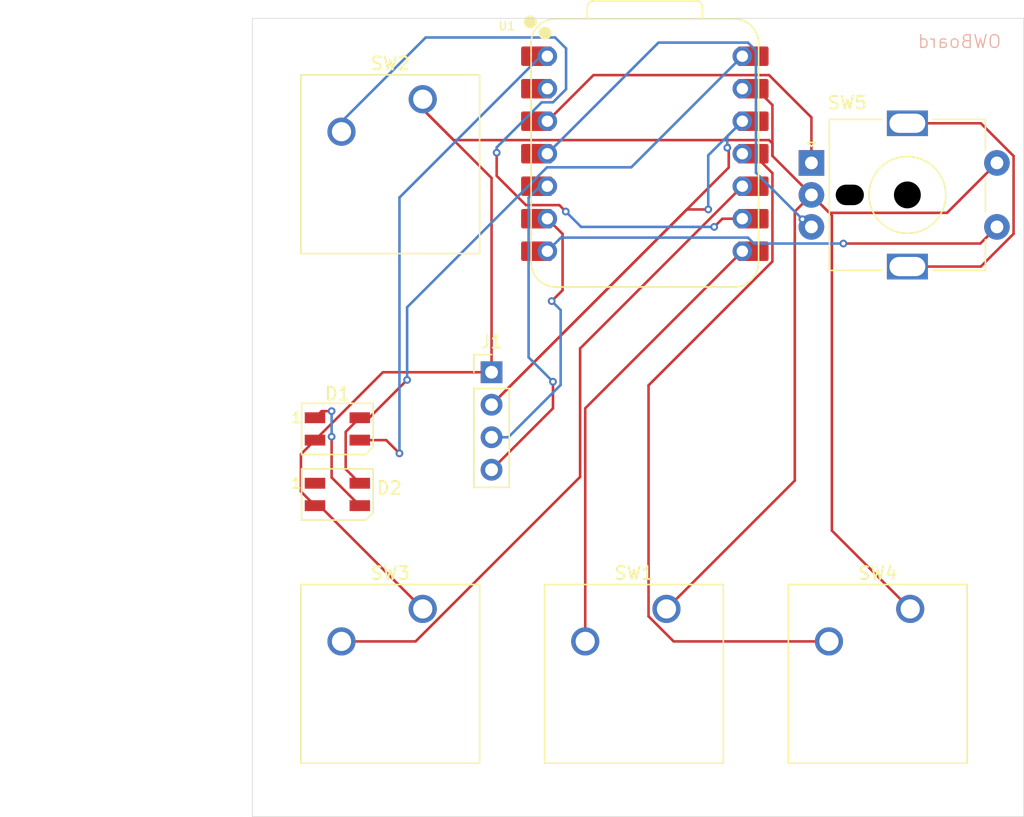
<source format=kicad_pcb>
(kicad_pcb (version 20241229) (generator "pcbnew") (generator_version "9.0")
  (layers (0 "F.Cu" signal) (2 "B.Cu" signal) (13 "F.Paste" user) (15 "B.Paste" user) (5 "F.SilkS" user "F.Silkscreen") (7 "B.SilkS" user "B.Silkscreen") (1 "F.Mask" user) (3 "B.Mask" user) (25 "Edge.Cuts" user))
  (net 0 "")
  (net 1 "GND")
  (net 2 "Net-(D1-DOUT)")
  (net 3 "Net-(D1-DIN)")
  (net 4 "+5V")
  (net 6 "Net-(J1-Pin_4)")
  (net 7 "Net-(J1-Pin_2)")
  (net 8 "Net-(J1-Pin_3)")
  (net 9 "Net-(U1-GPIO1{slash}RX)")
  (net 10 "Net-(U1-GPIO2{slash}SCK)")
  (net 11 "Net-(U1-GPIO4{slash}MISO)")
  (net 12 "Net-(U1-GPIO3{slash}MOSI)")
  (net 13 "Net-(U1-GPIO28{slash}ADC2{slash}A2)")
  (net 14 "unconnected-(SW5-PadMP)")
  (net 15 "Net-(U1-GPIO29{slash}ADC3{slash}A3)")
  (net 16 "Net-(U1-GPIO0{slash}TX)")
  (footprint "Connector_PinHeader_2.54mm:PinHeader_1x04_P2.54mm_Vertical" (layer "F.Cu") (at 86.5 85.96)
    (property "Reference" "J1" (at 0 -2.38 0) (layer "F.SilkS"))
    (property "Value" "Conn_01x04")
    (fp_line (start -1.38 -1.38) (end 0 -1.38) (stroke (width 0.12)) (layer "F.SilkS"))
    (fp_line (start -1.38 0) (end -1.38 -1.38) (stroke (width 0.12)) (layer "F.SilkS"))
    (fp_line (start -1.38 1.27) (end -1.38 9) (stroke (width 0.12)) (layer "F.SilkS"))
    (fp_line (start -1.38 1.27) (end 1.38 1.27) (stroke (width 0.12)) (layer "F.SilkS"))
    (fp_line (start -1.38 9) (end 1.38 9) (stroke (width 0.12)) (layer "F.SilkS"))
    (fp_line (start 1.38 1.27) (end 1.38 9) (stroke (width 0.12)) (layer "F.SilkS"))
    (pad "1" thru_hole rect (at 0 0) (size 1.7 1.7) (drill 1) (layers "*.Cu" "*.Mask") (net 1 "GND"))
    (pad "2" thru_hole circle (at 0 2.54) (size 1.7 1.7) (drill 1) (layers "*.Cu" "*.Mask") (net 7 "Net-(J1-Pin_2)"))
    (pad "3" thru_hole circle (at 0 5.08) (size 1.7 1.7) (drill 1) (layers "*.Cu" "*.Mask") (net 8 "Net-(J1-Pin_3)"))
    (pad "4" thru_hole circle (at 0 7.62) (size 1.7 1.7) (drill 1) (layers "*.Cu" "*.Mask") (net 6 "Net-(J1-Pin_4)"))
  )
  (footprint "LED_SMD:LED_SK6812MINI_PLCC4_3.5x3.5mm_P1.75mm" (layer "F.Cu") (at 74.45 90.39125)
    (property "Reference" "D1" (at 0 -2.75 0) (layer "F.SilkS"))
    (property "Value" "SK6812MINI")
    (fp_line (start -2.8 -2) (end -2.8 2) (stroke (width 0.12)) (layer "F.SilkS"))
    (fp_line (start -2.8 -2) (end 2.8 -2) (stroke (width 0.12)) (layer "F.SilkS"))
    (fp_line (start -2.8 2) (end 2.2 2) (stroke (width 0.12)) (layer "F.SilkS"))
    (fp_line (start 2.8 1.4) (end 2.2 2) (stroke (width 0.12)) (layer "F.SilkS"))
    (fp_line (start 2.8 1.4) (end 2.8 -2) (stroke (width 0.12)) (layer "F.SilkS"))
    (fp_text user "1" (at -3.2 -0.875 0) (layer "F.SilkS") (effects (font (size 0.8 0.8))))
    (pad "1" smd rect (at -1.75 -0.875) (size 1.6 0.85) (layers "F.Cu" "F.Mask" "F.Paste") (net 2 "Net-(D1-DOUT)"))
    (pad "2" smd rect (at -1.75 0.875) (size 1.6 0.85) (layers "F.Cu" "F.Mask" "F.Paste") (net 1 "GND"))
    (pad "3" smd rect (at 1.75 0.875) (size 1.6 0.85) (layers "F.Cu" "F.Mask" "F.Paste") (net 3 "Net-(D1-DIN)"))
    (pad "4" smd rect (at 1.75 -0.875) (size 1.6 0.85) (layers "F.Cu" "F.Mask" "F.Paste") (net 4 "+5V"))
  )
  (footprint "Button_Switch_Keyboard:SW_Cherry_MX_1.00u_PCB" (layer "F.Cu") (at 100.17125 104.4575)
    (property "Reference" "SW1" (at -2.54 -2.794 0) (layer "F.SilkS"))
    (property "Value" "SW_Push")
    (fp_line (start -9.525 -1.905) (end 4.445 -1.905) (stroke (width 0.12)) (layer "F.SilkS"))
    (fp_line (start -9.525 12.065) (end -9.525 -1.905) (stroke (width 0.12)) (layer "F.SilkS"))
    (fp_line (start 4.445 -1.905) (end 4.445 12.065) (stroke (width 0.12)) (layer "F.SilkS"))
    (fp_line (start 4.445 12.065) (end -9.525 12.065) (stroke (width 0.12)) (layer "F.SilkS"))
    (pad "" np_thru_hole circle (at -7.62 5.08) (size 1.7 1.7) (drill 1.7) (layers "*.Cu" "*.Mask"))
    (pad "" np_thru_hole circle (at -2.54 5.08) (size 4 4) (drill 4) (layers "*.Cu" "*.Mask"))
    (pad "" np_thru_hole circle (at 2.54 5.08) (size 1.7 1.7) (drill 1.7) (layers "*.Cu" "*.Mask"))
    (pad "1" thru_hole circle (at 0 0) (size 2.2 2.2) (drill 1.5) (layers "*.Cu" "*.Mask") (net 1 "GND"))
    (pad "2" thru_hole circle (at -6.35 2.54) (size 2.2 2.2) (drill 1.5) (layers "*.Cu" "*.Mask") (net 9 "Net-(U1-GPIO1{slash}RX)"))
  )
  (footprint "Button_Switch_Keyboard:SW_Cherry_MX_1.00u_PCB" (layer "F.Cu") (at 81.12125 64.62)
    (property "Reference" "SW2" (at -2.54 -2.794 0) (layer "F.SilkS"))
    (property "Value" "SW_Push")
    (fp_line (start -9.525 -1.905) (end 4.445 -1.905) (stroke (width 0.12)) (layer "F.SilkS"))
    (fp_line (start -9.525 12.065) (end -9.525 -1.905) (stroke (width 0.12)) (layer "F.SilkS"))
    (fp_line (start 4.445 -1.905) (end 4.445 12.065) (stroke (width 0.12)) (layer "F.SilkS"))
    (fp_line (start 4.445 12.065) (end -9.525 12.065) (stroke (width 0.12)) (layer "F.SilkS"))
    (pad "" np_thru_hole circle (at -7.62 5.08) (size 1.7 1.7) (drill 1.7) (layers "*.Cu" "*.Mask"))
    (pad "" np_thru_hole circle (at -2.54 5.08) (size 4 4) (drill 4) (layers "*.Cu" "*.Mask"))
    (pad "" np_thru_hole circle (at 2.54 5.08) (size 1.7 1.7) (drill 1.7) (layers "*.Cu" "*.Mask"))
    (pad "1" thru_hole circle (at 0 0) (size 2.2 2.2) (drill 1.5) (layers "*.Cu" "*.Mask") (net 1 "GND"))
    (pad "2" thru_hole circle (at -6.35 2.54) (size 2.2 2.2) (drill 1.5) (layers "*.Cu" "*.Mask") (net 10 "Net-(U1-GPIO2{slash}SCK)"))
  )
  (footprint "OPL:XIAO-RP2040-DIP" (layer "F.Cu") (at 98.48 68.88)
    (property "Reference" "U1" (at -10.78 -9.98 0) (layer "F.SilkS") (effects (font (size 0.635 0.635) (thickness 0.1016))))
    (property "Value" "XIAO-RP2040-DIP")
    (fp_line (start -8.89 8.509) (end -8.89 -8.636) (stroke (width 0.127)) (layer "F.SilkS"))
    (fp_line (start -6.985 10.414) (end 6.985 10.414) (stroke (width 0.127)) (layer "F.SilkS"))
    (fp_line (start -4.495 -10.541) (end -4.491272 -11.451272) (stroke (width 0.127)) (layer "F.SilkS"))
    (fp_line (start -3.991272 -11.951) (end 4.004 -11.951) (stroke (width 0.127)) (layer "F.SilkS"))
    (fp_line (start 4.504 -11.451) (end 4.504 -10.541) (stroke (width 0.127)) (layer "F.SilkS"))
    (fp_line (start 6.985 -10.541) (end -6.985 -10.541) (stroke (width 0.1)) (layer "F.SilkS"))
    (fp_line (start 6.985 -10.541) (end -6.985 -10.541) (stroke (width 0.127)) (layer "F.SilkS"))
    (fp_line (start 8.89 8.509) (end 8.89 -8.636) (stroke (width 0.127)) (layer "F.SilkS"))
    (fp_arc (start -8.89 -8.636) (mid -8.332038 -9.983038) (end -6.985 -10.541) (stroke (width 0.127)) (layer "F.SilkS"))
    (fp_arc (start -6.985 10.414) (mid -8.332038 9.856038) (end -8.89 8.509) (stroke (width 0.127)) (layer "F.SilkS"))
    (fp_arc (start -4.491272 -11.451272) (mid -4.344728 -11.80464) (end -3.991272 -11.951) (stroke (width 0.127)) (layer "F.SilkS"))
    (fp_arc (start 4.004 -11.951) (mid 4.357553 -11.804553) (end 4.504 -11.451) (stroke (width 0.127)) (layer "F.SilkS"))
    (fp_arc (start 6.985 -10.541) (mid 8.332038 -9.983038) (end 8.89 -8.636) (stroke (width 0.127)) (layer "F.SilkS"))
    (fp_arc (start 8.89 8.509) (mid 8.332038 9.856038) (end 6.985 10.414) (stroke (width 0.127)) (layer "F.SilkS"))
    (fp_circle (center -8.95 -10.3) (end -8.95 -10.554) (stroke (width 0.5)) (fill yes) (layer "F.SilkS"))
    (fp_circle (center -7.807 -9.42) (end -7.807 -9.674) (stroke (width 0.5)) (fill yes) (layer "F.SilkS"))
    (pad "1" smd roundrect (at -8.455 -7.62 180) (size 2.432 1.524) (layers "F.Cu" "F.Mask") (roundrect_rratio 0.1) (net 3 "Net-(D1-DIN)"))
    (pad "1" thru_hole circle (at -7.62 -7.62 180) (size 1.524 1.524) (drill 0.889) (layers "*.Cu" "*.Mask") (net 3 "Net-(D1-DIN)"))
    (pad "2" smd roundrect (at -8.455 -5.08 180) (size 2.432 1.524) (layers "F.Cu" "F.Mask") (roundrect_rratio 0.1))
    (pad "2" thru_hole circle (at -7.62 -5.08 180) (size 1.524 1.524) (drill 0.889) (layers "*.Cu" "*.Mask"))
    (pad "3" smd roundrect (at -8.455 -2.54 180) (size 2.432 1.524) (layers "F.Cu" "F.Mask") (roundrect_rratio 0.1) (net 13 "Net-(U1-GPIO28{slash}ADC2{slash}A2)"))
    (pad "3" thru_hole circle (at -7.62 -2.54 180) (size 1.524 1.524) (drill 0.889) (layers "*.Cu" "*.Mask") (net 13 "Net-(U1-GPIO28{slash}ADC2{slash}A2)"))
    (pad "4" smd roundrect (at -8.455 0 180) (size 2.432 1.524) (layers "F.Cu" "F.Mask") (roundrect_rratio 0.1) (net 15 "Net-(U1-GPIO29{slash}ADC3{slash}A3)"))
    (pad "4" thru_hole circle (at -7.62 0 180) (size 1.524 1.524) (drill 0.889) (layers "*.Cu" "*.Mask") (net 15 "Net-(U1-GPIO29{slash}ADC3{slash}A3)"))
    (pad "5" smd roundrect (at -8.455 2.54 180) (size 2.432 1.524) (layers "F.Cu" "F.Mask") (roundrect_rratio 0.1) (net 6 "Net-(J1-Pin_4)"))
    (pad "5" thru_hole circle (at -7.62 2.54 180) (size 1.524 1.524) (drill 0.889) (layers "*.Cu" "*.Mask") (net 6 "Net-(J1-Pin_4)"))
    (pad "6" smd roundrect (at -8.455 5.08 180) (size 2.432 1.524) (layers "F.Cu" "F.Mask") (roundrect_rratio 0.1) (net 8 "Net-(J1-Pin_3)"))
    (pad "6" thru_hole circle (at -7.62 5.08 180) (size 1.524 1.524) (drill 0.889) (layers "*.Cu" "*.Mask") (net 8 "Net-(J1-Pin_3)"))
    (pad "7" smd roundrect (at -8.455 7.62 180) (size 2.432 1.524) (layers "F.Cu" "F.Mask") (roundrect_rratio 0.1) (net 16 "Net-(U1-GPIO0{slash}TX)"))
    (pad "7" thru_hole circle (at -7.62 7.62 180) (size 1.524 1.524) (drill 0.889) (layers "*.Cu" "*.Mask") (net 16 "Net-(U1-GPIO0{slash}TX)"))
    (pad "8" thru_hole circle (at 7.62 7.62) (size 1.524 1.524) (drill 0.889) (layers "*.Cu" "*.Mask") (net 9 "Net-(U1-GPIO1{slash}RX)"))
    (pad "8" smd roundrect (at 8.455 7.62) (size 2.432 1.524) (layers "F.Cu" "F.Mask") (roundrect_rratio 0.1) (net 9 "Net-(U1-GPIO1{slash}RX)"))
    (pad "9" thru_hole circle (at 7.62 5.08) (size 1.524 1.524) (drill 0.889) (layers "*.Cu" "*.Mask") (net 10 "Net-(U1-GPIO2{slash}SCK)"))
    (pad "9" smd roundrect (at 8.455 5.08) (size 2.432 1.524) (layers "F.Cu" "F.Mask") (roundrect_rratio 0.1) (net 10 "Net-(U1-GPIO2{slash}SCK)"))
    (pad "10" thru_hole circle (at 7.62 2.54) (size 1.524 1.524) (drill 0.889) (layers "*.Cu" "*.Mask") (net 11 "Net-(U1-GPIO4{slash}MISO)"))
    (pad "10" smd roundrect (at 8.455 2.54) (size 2.432 1.524) (layers "F.Cu" "F.Mask") (roundrect_rratio 0.1) (net 11 "Net-(U1-GPIO4{slash}MISO)"))
    (pad "11" thru_hole circle (at 7.62 0) (size 1.524 1.524) (drill 0.889) (layers "*.Cu" "*.Mask") (net 12 "Net-(U1-GPIO3{slash}MOSI)"))
    (pad "11" smd roundrect (at 8.455 0) (size 2.432 1.524) (layers "F.Cu" "F.Mask") (roundrect_rratio 0.1) (net 12 "Net-(U1-GPIO3{slash}MOSI)"))
    (pad "12" thru_hole circle (at 7.62 -2.54) (size 1.524 1.524) (drill 0.889) (layers "*.Cu" "*.Mask") (net 7 "Net-(J1-Pin_2)"))
    (pad "12" smd roundrect (at 8.455 -2.54) (size 2.432 1.524) (layers "F.Cu" "F.Mask") (roundrect_rratio 0.1) (net 7 "Net-(J1-Pin_2)"))
    (pad "13" thru_hole circle (at 7.62 -5.08) (size 1.524 1.524) (drill 0.889) (layers "*.Cu" "*.Mask") (net 1 "GND"))
    (pad "13" smd roundrect (at 8.455 -5.08) (size 2.432 1.524) (layers "F.Cu" "F.Mask") (roundrect_rratio 0.1) (net 1 "GND"))
    (pad "14" thru_hole circle (at 7.62 -7.62) (size 1.524 1.524) (drill 0.889) (layers "*.Cu" "*.Mask") (net 4 "+5V"))
    (pad "14" smd roundrect (at 8.455 -7.62) (size 2.432 1.524) (layers "F.Cu" "F.Mask") (roundrect_rratio 0.1) (net 4 "+5V"))
  )
  (footprint "Button_Switch_Keyboard:SW_Cherry_MX_1.00u_PCB" (layer "F.Cu") (at 119.22125 104.4575)
    (property "Reference" "SW4" (at -2.54 -2.794 0) (layer "F.SilkS"))
    (property "Value" "SW_Push")
    (fp_line (start -9.525 -1.905) (end 4.445 -1.905) (stroke (width 0.12)) (layer "F.SilkS"))
    (fp_line (start -9.525 12.065) (end -9.525 -1.905) (stroke (width 0.12)) (layer "F.SilkS"))
    (fp_line (start 4.445 -1.905) (end 4.445 12.065) (stroke (width 0.12)) (layer "F.SilkS"))
    (fp_line (start 4.445 12.065) (end -9.525 12.065) (stroke (width 0.12)) (layer "F.SilkS"))
    (pad "" np_thru_hole circle (at -7.62 5.08) (size 1.7 1.7) (drill 1.7) (layers "*.Cu" "*.Mask"))
    (pad "" np_thru_hole circle (at -2.54 5.08) (size 4 4) (drill 4) (layers "*.Cu" "*.Mask"))
    (pad "" np_thru_hole circle (at 2.54 5.08) (size 1.7 1.7) (drill 1.7) (layers "*.Cu" "*.Mask"))
    (pad "1" thru_hole circle (at 0 0) (size 2.2 2.2) (drill 1.5) (layers "*.Cu" "*.Mask") (net 1 "GND"))
    (pad "2" thru_hole circle (at -6.35 2.54) (size 2.2 2.2) (drill 1.5) (layers "*.Cu" "*.Mask") (net 12 "Net-(U1-GPIO3{slash}MOSI)"))
  )
  (footprint "Button_Switch_Keyboard:SW_Cherry_MX_1.00u_PCB" (layer "F.Cu") (at 81.12125 104.4575)
    (property "Reference" "SW3" (at -2.54 -2.794 0) (layer "F.SilkS"))
    (property "Value" "SW_Push")
    (fp_line (start -9.525 -1.905) (end 4.445 -1.905) (stroke (width 0.12)) (layer "F.SilkS"))
    (fp_line (start -9.525 12.065) (end -9.525 -1.905) (stroke (width 0.12)) (layer "F.SilkS"))
    (fp_line (start 4.445 -1.905) (end 4.445 12.065) (stroke (width 0.12)) (layer "F.SilkS"))
    (fp_line (start 4.445 12.065) (end -9.525 12.065) (stroke (width 0.12)) (layer "F.SilkS"))
    (pad "" np_thru_hole circle (at -7.62 5.08) (size 1.7 1.7) (drill 1.7) (layers "*.Cu" "*.Mask"))
    (pad "" np_thru_hole circle (at -2.54 5.08) (size 4 4) (drill 4) (layers "*.Cu" "*.Mask"))
    (pad "" np_thru_hole circle (at 2.54 5.08) (size 1.7 1.7) (drill 1.7) (layers "*.Cu" "*.Mask"))
    (pad "1" thru_hole circle (at 0 0) (size 2.2 2.2) (drill 1.5) (layers "*.Cu" "*.Mask") (net 1 "GND"))
    (pad "2" thru_hole circle (at -6.35 2.54) (size 2.2 2.2) (drill 1.5) (layers "*.Cu" "*.Mask") (net 11 "Net-(U1-GPIO4{slash}MISO)"))
  )
  (footprint "Rotary_Encoder:RotaryEncoder_Alps_EC11E-Switch_Vertical_H20mm_MountingHoles" (layer "F.Cu") (at 111.5 69.6)
    (property "Reference" "SW5" (at 2.8 -4.7 0) (layer "F.SilkS"))
    (property "Value" "RotaryEncoder_Switch_MP")
    (fp_line (start -0.3 -1.6) (end 0.3 -1.6) (stroke (width 0.12)) (layer "F.SilkS"))
    (fp_line (start 0 -1.3) (end -0.3 -1.6) (stroke (width 0.12)) (layer "F.SilkS"))
    (fp_line (start 0.3 -1.6) (end 0 -1.3) (stroke (width 0.12)) (layer "F.SilkS"))
    (fp_line (start 1.4 -3.4) (end 1.4 8.4) (stroke (width 0.12)) (layer "F.SilkS"))
    (fp_line (start 5.5 -3.4) (end 1.4 -3.4) (stroke (width 0.12)) (layer "F.SilkS"))
    (fp_line (start 5.5 8.4) (end 1.4 8.4) (stroke (width 0.12)) (layer "F.SilkS"))
    (fp_line (start 9.5 -3.4) (end 13.6 -3.4) (stroke (width 0.12)) (layer "F.SilkS"))
    (fp_line (start 13.6 -3.4) (end 13.6 -1) (stroke (width 0.12)) (layer "F.SilkS"))
    (fp_line (start 13.6 1.2) (end 13.6 3.8) (stroke (width 0.12)) (layer "F.SilkS"))
    (fp_line (start 13.6 6) (end 13.6 8.4) (stroke (width 0.12)) (layer "F.SilkS"))
    (fp_line (start 13.6 8.4) (end 9.5 8.4) (stroke (width 0.12)) (layer "F.SilkS"))
    (fp_circle (center 7.5 2.5) (end 10.5 2.5) (stroke (width 0.12)) (fill no) (layer "F.SilkS"))
    (pad "" np_thru_hole oval (at 3 2.5) (size 2.2 1.6) (drill oval 2.2 1.6) (layers "*.Mask"))
    (pad "" np_thru_hole circle (at 7.5 2.5) (size 2.1 2.1) (drill 2.1) (layers "*.Mask"))
    (pad "A" thru_hole rect (at 0 0) (size 2 2) (drill 1) (layers "*.Cu" "*.Mask") (net 13 "Net-(U1-GPIO28{slash}ADC2{slash}A2)"))
    (pad "B" thru_hole circle (at 0 5) (size 2 2) (drill 1) (layers "*.Cu" "*.Mask") (net 15 "Net-(U1-GPIO29{slash}ADC3{slash}A3)"))
    (pad "C" thru_hole circle (at 0 2.5) (size 2 2) (drill 1) (layers "*.Cu" "*.Mask") (net 1 "GND"))
    (pad "MP" thru_hole rect (at 7.5 -3.1) (size 3.2 2) (drill oval 2.8 1.5) (layers "*.Cu" "*.Mask") (net 14 "unconnected-(SW5-PadMP)"))
    (pad "MP" thru_hole rect (at 7.5 8.1) (size 3.2 2) (drill oval 2.8 1.5) (layers "*.Cu" "*.Mask") (net 14 "unconnected-(SW5-PadMP)"))
    (pad "S1" thru_hole circle (at 14.5 5) (size 2 2) (drill 1) (layers "*.Cu" "*.Mask") (net 16 "Net-(U1-GPIO0{slash}TX)"))
    (pad "S2" thru_hole circle (at 14.5 0) (size 2 2) (drill 1) (layers "*.Cu" "*.Mask") (net 1 "GND"))
  )
  (footprint "LED_SMD:LED_SK6812MINI_PLCC4_3.5x3.5mm_P1.75mm" (layer "F.Cu") (at 74.45 95.51125)
    (property "Reference" "D2" (at 4.05 -0.51125 0) (layer "F.SilkS"))
    (property "Value" "SK6812MINI")
    (fp_line (start -2.8 -2) (end -2.8 2) (stroke (width 0.12)) (layer "F.SilkS"))
    (fp_line (start -2.8 -2) (end 2.8 -2) (stroke (width 0.12)) (layer "F.SilkS"))
    (fp_line (start -2.8 2) (end 2.2 2) (stroke (width 0.12)) (layer "F.SilkS"))
    (fp_line (start 2.8 1.4) (end 2.2 2) (stroke (width 0.12)) (layer "F.SilkS"))
    (fp_line (start 2.8 1.4) (end 2.8 -2) (stroke (width 0.12)) (layer "F.SilkS"))
    (fp_text user "1" (at -3.2 -0.875 0) (layer "F.SilkS") (effects (font (size 0.8 0.8))))
    (pad "1" smd rect (at -1.75 -0.875) (size 1.6 0.85) (layers "F.Cu" "F.Mask" "F.Paste"))
    (pad "2" smd rect (at -1.75 0.875) (size 1.6 0.85) (layers "F.Cu" "F.Mask" "F.Paste") (net 1 "GND"))
    (pad "3" smd rect (at 1.75 0.875) (size 1.6 0.85) (layers "F.Cu" "F.Mask" "F.Paste") (net 2 "Net-(D1-DOUT)"))
    (pad "4" smd rect (at 1.75 -0.875) (size 1.6 0.85) (layers "F.Cu" "F.Mask" "F.Paste") (net 4 "+5V"))
  )
  (gr_rect (start 67.8 58.3) (end 128.1 120.7) (stroke (width 0.05)) (fill no) (layer "Edge.Cuts"))
  (gr_text "OWBoard" (at 126.4 60.7 0) (layer "B.SilkS") (effects (font (size 1 1) (thickness 0.1)) (justify left bottom mirror)))
  (segment (start 107.17763 63.8) (end 106.1 63.8) (width 0.2) (layer "F.Cu") (net 1))
  (segment (start 111.5 72.1) (end 108.452 69.052) (width 0.2) (layer "F.Cu") (net 1))
  (segment (start 80.96375 104.3) (end 80.7 104.3) (width 0.2) (layer "F.Cu") (net 1))
  (segment (start 72.7 91.26625) (end 71.599 92.36725) (width 0.2) (layer "F.Cu") (net 1))
  (segment (start 83.537 67.817) (end 80.34 64.62) (width 0.2) (layer "F.Cu") (net 1))
  (segment (start 111.5 72.1) (end 113.1 73.7) (width 0.2) (layer "F.Cu") (net 1))
  (segment (start 108.452 69.052) (end 108.452 68.078374) (width 0.2) (layer "F.Cu") (net 1))
  (segment (start 73.05 96.38625) (end 81.12125 104.4575) (width 0.2) (layer "F.Cu") (net 1))
  (segment (start 110.199 73.401) (end 110.199 94.42975) (width 0.2) (layer "F.Cu") (net 1))
  (segment (start 126 69.6) (end 122.099 73.501) (width 0.2) (layer "F.Cu") (net 1))
  (segment (start 111.5 72.1) (end 110.199 73.401) (width 0.2) (layer "F.Cu") (net 1))
  (segment (start 71.599 92.36725) (end 71.599 95.28525) (width 0.2) (layer "F.Cu") (net 1))
  (segment (start 108.452 68.078374) (end 108.190626 67.817) (width 0.2) (layer "F.Cu") (net 1))
  (segment (start 112.901 73.501) (end 111.5 72.1) (width 0.2) (layer "F.Cu") (net 1))
  (segment (start 108.452 69.052) (end 108.452 65.07437) (width 0.2) (layer "F.Cu") (net 1))
  (segment (start 122.099 73.501) (end 112.901 73.501) (width 0.2) (layer "F.Cu") (net 1))
  (segment (start 71.599 95.28525) (end 72.7 96.38625) (width 0.2) (layer "F.Cu") (net 1))
  (segment (start 108.190626 67.817) (end 83.537 67.817) (width 0.2) (layer "F.Cu") (net 1))
  (segment (start 86.5 70.78) (end 86.5 85.96) (width 0.2) (layer "F.Cu") (net 1))
  (segment (start 113.1 73.7) (end 113.1 98.33625) (width 0.2) (layer "F.Cu") (net 1))
  (segment (start 108.452 65.07437) (end 107.17763 63.8) (width 0.2) (layer "F.Cu") (net 1))
  (segment (start 81.12125 104.4575) (end 80.96375 104.3) (width 0.2) (layer "F.Cu") (net 1))
  (segment (start 113.1 98.33625) (end 119.22125 104.4575) (width 0.2) (layer "F.Cu") (net 1))
  (segment (start 110.199 94.42975) (end 100.17125 104.4575) (width 0.2) (layer "F.Cu") (net 1))
  (segment (start 72.7 96.38625) (end 73.05 96.38625) (width 0.2) (layer "F.Cu") (net 1))
  (segment (start 80.34 64.62) (end 86.5 70.78) (width 0.2) (layer "F.Cu") (net 1))
  (segment (start 78.00625 85.96) (end 72.7 91.26625) (width 0.2) (layer "F.Cu") (net 1))
  (segment (start 86.5 85.96) (end 78.00625 85.96) (width 0.2) (layer "F.Cu") (net 1))
  (segment (start 74.000002 94.186252) (end 74.000002 91) (width 0.2) (layer "F.Cu") (net 2))
  (segment (start 76.2 96.38625) (end 74.000002 94.186252) (width 0.2) (layer "F.Cu") (net 2))
  (segment (start 74 89) (end 73.21625 89) (width 0.2) (layer "F.Cu") (net 2))
  (segment (start 73.21625 89) (end 72.7 89.51625) (width 0.2) (layer "F.Cu") (net 2))
  (via (at 74.000002 91) (size 0.6) (drill 0.3) (layers "F.Cu" "B.Cu") (net 2))
  (via (at 74 89) (size 0.6) (drill 0.3) (layers "F.Cu" "B.Cu") (net 2))
  (segment (start 74.000002 91) (end 74.000002 89.000002) (width 0.2) (layer "B.Cu") (net 2))
  (segment (start 74.000002 89.000002) (end 74 89) (width 0.2) (layer "B.Cu") (net 2))
  (segment (start 79.3 92.3) (end 78.26625 91.26625) (width 0.2) (layer "F.Cu") (net 3))
  (segment (start 78.26625 91.26625) (end 76.2 91.26625) (width 0.2) (layer "F.Cu") (net 3))
  (via (at 79.3 92.3) (size 0.6) (drill 0.3) (layers "F.Cu" "B.Cu") (net 3))
  (segment (start 90.346066 61.26) (end 79.3 72.306066) (width 0.2) (layer "B.Cu") (net 3))
  (segment (start 90.46837 61.08453) (end 90.57645 60.97645) (width 0.2) (layer "B.Cu") (net 3))
  (segment (start 90.86 61.26) (end 90.346066 61.26) (width 0.2) (layer "B.Cu") (net 3))
  (segment (start 79.3 72.306066) (end 79.3 92.3) (width 0.2) (layer "B.Cu") (net 3))
  (segment (start 76.94375 89.51625) (end 79.9 86.56) (width 0.2) (layer "F.Cu") (net 4))
  (segment (start 75.099 90.61725) (end 75.099 93.53525) (width 0.2) (layer "F.Cu") (net 4))
  (segment (start 76.2 89.51625) (end 75.099 90.61725) (width 0.2) (layer "F.Cu") (net 4))
  (segment (start 75.099 93.53525) (end 76.2 94.63625) (width 0.2) (layer "F.Cu") (net 4))
  (segment (start 76.2 89.51625) (end 76.94375 89.51625) (width 0.2) (layer "F.Cu") (net 4))
  (via (at 79.9 86.56) (size 0.6) (drill 0.3) (layers "F.Cu" "B.Cu") (net 4))
  (segment (start 90.83369 69.943) (end 97.417 69.943) (width 0.2) (layer "B.Cu") (net 4))
  (segment (start 79.9 86.56) (end 79.9 80.87669) (width 0.2) (layer "B.Cu") (net 4))
  (segment (start 97.417 69.943) (end 106.1 61.26) (width 0.2) (layer "B.Cu") (net 4))
  (segment (start 79.9 80.87669) (end 90.83369 69.943) (width 0.2) (layer "B.Cu") (net 4))
  (segment (start 91.3 88.78) (end 91.3 86.7) (width 0.2) (layer "F.Cu") (net 6))
  (segment (start 86.5 93.58) (end 91.3 88.78) (width 0.2) (layer "F.Cu") (net 6))
  (via (at 91.3 86.7) (size 0.6) (drill 0.3) (layers "F.Cu" "B.Cu") (net 6))
  (segment (start 89.396 84.796) (end 89.396 72.3169) (width 0.2) (layer "B.Cu") (net 6))
  (segment (start 91.3 86.7) (end 89.396 84.796) (width 0.2) (layer "B.Cu") (net 6))
  (segment (start 89.396 72.3169) (end 90.2929 71.42) (width 0.2) (layer "B.Cu") (net 6))
  (segment (start 90.2929 71.42) (end 90.86 71.42) (width 0.2) (layer "B.Cu") (net 6))
  (segment (start 105.057 68.218) (end 105.037 68.238) (width 0.2) (layer "F.Cu") (net 7))
  (segment (start 101.764265 73.235735) (end 103.435735 73.235735) (width 0.2) (layer "F.Cu") (net 7))
  (segment (start 105.037 68.238) (end 105.037 69.963) (width 0.2) (layer "F.Cu") (net 7))
  (segment (start 105.037 69.963) (end 86.5 88.5) (width 0.2) (layer "F.Cu") (net 7))
  (segment (start 105.057 68.285998) (end 104.925998 68.417) (width 0.2) (layer "F.Cu") (net 7))
  (segment (start 86.5 88.5) (end 101.764265 73.235735) (width 0.2) (layer "F.Cu") (net 7))
  (segment (start 105.057 68.218) (end 105.057 68.285998) (width 0.2) (layer "F.Cu") (net 7))
  (via (at 103.435735 73.235735) (size 0.6) (drill 0.3) (layers "F.Cu" "B.Cu") (net 7))
  (via (at 104.925998 68.417) (size 0.6) (drill 0.3) (layers "F.Cu" "B.Cu") (net 7))
  (segment (start 104.925998 68.417) (end 104.925998 67.514002) (width 0.2) (layer "B.Cu") (net 7))
  (segment (start 103.435735 73.235735) (end 103.435735 69.004265) (width 0.2) (layer "B.Cu") (net 7))
  (segment (start 104.925998 67.514002) (end 106.1 66.34) (width 0.2) (layer "B.Cu") (net 7))
  (segment (start 103.435735 69.004265) (end 106.1 66.34) (width 0.2) (layer "B.Cu") (net 7))
  (segment (start 92.051057 75.151057) (end 90.86 73.96) (width 0.2) (layer "F.Cu") (net 8))
  (segment (start 92.051057 79.548943) (end 92.051057 75.151057) (width 0.2) (layer "F.Cu") (net 8))
  (segment (start 91.2 80.4) (end 92.051057 79.548943) (width 0.2) (layer "F.Cu") (net 8))
  (via (at 91.2 80.4) (size 0.6) (drill 0.3) (layers "F.Cu" "B.Cu") (net 8))
  (segment (start 86.5 91.04) (end 87.809943 91.04) (width 0.2) (layer "B.Cu") (net 8))
  (segment (start 87.809943 91.04) (end 91.901 86.948943) (width 0.2) (layer "B.Cu") (net 8))
  (segment (start 91.901 86.948943) (end 91.901 81.101) (width 0.2) (layer "B.Cu") (net 8))
  (segment (start 91.901 81.101) (end 91.2 80.4) (width 0.2) (layer "B.Cu") (net 8))
  (segment (start 93.82125 88.77875) (end 106.1 76.5) (width 0.2) (layer "F.Cu") (net 9))
  (segment (start 93.82125 106.9975) (end 93.82125 88.77875) (width 0.2) (layer "F.Cu") (net 9))
  (segment (start 92.3 73.4) (end 91.797 72.897) (width 0.2) (layer "F.Cu") (net 10))
  (segment (start 89.183374 72.897) (end 86.9 70.613626) (width 0.2) (layer "F.Cu") (net 10))
  (segment (start 91.797 72.897) (end 89.183374 72.897) (width 0.2) (layer "F.Cu") (net 10))
  (segment (start 106.1 73.96) (end 104.54 73.96) (width 0.2) (layer "F.Cu") (net 10))
  (segment (start 104.54 73.96) (end 103.9 74.6) (width 0.2) (layer "F.Cu") (net 10))
  (segment (start 86.9 70.613626) (end 86.9 68.8) (width 0.2) (layer "F.Cu") (net 10))
  (via (at 92.3 73.4) (size 0.6) (drill 0.3) (layers "F.Cu" "B.Cu") (net 10))
  (via (at 86.9 68.8) (size 0.6) (drill 0.3) (layers "F.Cu" "B.Cu") (net 10))
  (via (at 103.9 74.6) (size 0.6) (drill 0.3) (layers "F.Cu" "B.Cu") (net 10))
  (segment (start 91.46641 59.796) (end 81.354 59.796) (width 0.2) (layer "B.Cu") (net 10))
  (segment (start 86.9 68.38269) (end 90.41969 64.863) (width 0.2) (layer "B.Cu") (net 10))
  (segment (start 90.41969 64.863) (end 91.30031 64.863) (width 0.2) (layer "B.Cu") (net 10))
  (segment (start 92.324 63.83931) (end 92.324 60.65359) (width 0.2) (layer "B.Cu") (net 10))
  (segment (start 86.9 68.8) (end 86.9 68.38269) (width 0.2) (layer "B.Cu") (net 10))
  (segment (start 103.9 74.6) (end 93.5 74.6) (width 0.2) (layer "B.Cu") (net 10))
  (segment (start 93.5 74.6) (end 92.3 73.4) (width 0.2) (layer "B.Cu") (net 10))
  (segment (start 91.30031 64.863) (end 92.324 63.83931) (width 0.2) (layer "B.Cu") (net 10))
  (segment (start 92.324 60.65359) (end 91.46641 59.796) (width 0.2) (layer "B.Cu") (net 10))
  (segment (start 81.354 59.796) (end 73.99 67.16) (width 0.2) (layer "B.Cu") (net 10))
  (segment (start 74.77125 106.9975) (end 80.562564 106.9975) (width 0.2) (layer "F.Cu") (net 11))
  (segment (start 93.42025 94.139814) (end 93.42025 84.09975) (width 0.2) (layer "F.Cu") (net 11))
  (segment (start 80.562564 106.9975) (end 93.42025 94.139814) (width 0.2) (layer "F.Cu") (net 11))
  (segment (start 93.42025 84.09975) (end 106.1 71.42) (width 0.2) (layer "F.Cu") (net 11))
  (segment (start 98.77025 105.037814) (end 98.77025 86.983376) (width 0.2) (layer "F.Cu") (net 12))
  (segment (start 112.87125 106.9975) (end 100.729936 106.9975) (width 0.2) (layer "F.Cu") (net 12))
  (segment (start 108.452 77.301626) (end 108.452 70.397) (width 0.2) (layer "F.Cu") (net 12))
  (segment (start 108.452 70.397) (end 106.935 68.88) (width 0.2) (layer "F.Cu") (net 12))
  (segment (start 100.729936 106.9975) (end 98.77025 105.037814) (width 0.2) (layer "F.Cu") (net 12))
  (segment (start 98.77025 86.983376) (end 108.452 77.301626) (width 0.2) (layer "F.Cu") (net 12))
  (segment (start 108.190626 62.737) (end 94.463 62.737) (width 0.2) (layer "F.Cu") (net 13))
  (segment (start 111.5 69.6) (end 111.5 66.046374) (width 0.2) (layer "F.Cu") (net 13))
  (segment (start 94.463 62.737) (end 90.86 66.34) (width 0.2) (layer "F.Cu") (net 13))
  (segment (start 111.5 66.046374) (end 108.190626 62.737) (width 0.2) (layer "F.Cu") (net 13))
  (segment (start 124.739892 77.7) (end 119 77.7) (width 0.2) (layer "F.Cu") (net 14))
  (segment (start 127.301 69.061108) (end 127.301 75.138892) (width 0.2) (layer "F.Cu") (net 14))
  (segment (start 124.739892 66.5) (end 127.301 69.061108) (width 0.2) (layer "F.Cu") (net 14))
  (segment (start 119 66.5) (end 124.739892 66.5) (width 0.2) (layer "F.Cu") (net 14))
  (segment (start 127.301 75.138892) (end 124.739892 77.7) (width 0.2) (layer "F.Cu") (net 14))
  (segment (start 111.399 74.6) (end 110.799 74) (width 0.2) (layer "F.Cu") (net 15))
  (segment (start 111.5 74.6) (end 111.399 74.6) (width 0.2) (layer "F.Cu") (net 15))
  (via (at 110.799 74) (size 0.6) (drill 0.3) (layers "F.Cu" "B.Cu") (net 15))
  (segment (start 106.54031 60.197) (end 99.543 60.197) (width 0.2) (layer "B.Cu") (net 15))
  (segment (start 107.163 70.364) (end 107.163 60.81969) (width 0.2) (layer "B.Cu") (net 15))
  (segment (start 110.799 74) (end 107.163 70.364) (width 0.2) (layer "B.Cu") (net 15))
  (segment (start 99.543 60.197) (end 90.86 68.88) (width 0.2) (layer "B.Cu") (net 15))
  (segment (start 107.163 60.81969) (end 106.54031 60.197) (width 0.2) (layer "B.Cu") (net 15))
  (segment (start 126 74.6) (end 124.7 75.9) (width 0.2) (layer "F.Cu") (net 16))
  (segment (start 124.7 75.9) (end 114 75.9) (width 0.2) (layer "F.Cu") (net 16))
  (via (at 114 75.9) (size 0.6) (drill 0.3) (layers "F.Cu" "B.Cu") (net 16))
  (segment (start 114 75.9) (end 107.00331 75.9) (width 0.2) (layer "B.Cu") (net 16))
  (segment (start 91.923 75.437) (end 90.86 76.5) (width 0.2) (layer "B.Cu") (net 16))
  (segment (start 106.54031 75.437) (end 91.923 75.437) (width 0.2) (layer "B.Cu") (net 16))
  (segment (start 107.00331 75.9) (end 106.54031 75.437) (width 0.2) (layer "B.Cu") (net 16))
)
</source>
